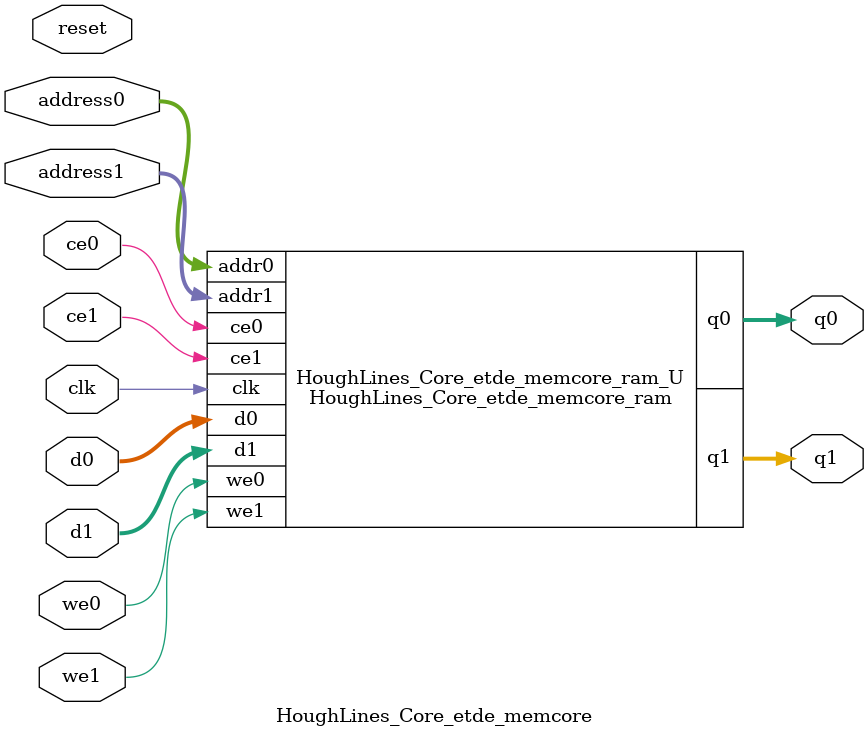
<source format=v>

`timescale 1 ns / 1 ps
module HoughLines_Core_etde_memcore_ram (addr0, ce0, d0, we0, q0, addr1, ce1, d1, we1, q1,  clk);

parameter DWIDTH = 8;
parameter AWIDTH = 18;
parameter MEM_SIZE = 153600;

input[AWIDTH-1:0] addr0;
input ce0;
input[DWIDTH-1:0] d0;
input we0;
output reg[DWIDTH-1:0] q0;
input[AWIDTH-1:0] addr1;
input ce1;
input[DWIDTH-1:0] d1;
input we1;
output reg[DWIDTH-1:0] q1;
input clk;

(* ram_style = "block" *)reg [DWIDTH-1:0] ram[0:MEM_SIZE-1];




always @(posedge clk)  
begin 
    if (ce0) 
    begin
        if (we0) 
        begin 
            ram[addr0] <= d0; 
            q0 <= d0;
        end 
        else 
            q0 <= ram[addr0];
    end
end


always @(posedge clk)  
begin 
    if (ce1) 
    begin
        if (we1) 
        begin 
            ram[addr1] <= d1; 
            q1 <= d1;
        end 
        else 
            q1 <= ram[addr1];
    end
end


endmodule


`timescale 1 ns / 1 ps
module HoughLines_Core_etde_memcore(
    reset,
    clk,
    address0,
    ce0,
    we0,
    d0,
    q0,
    address1,
    ce1,
    we1,
    d1,
    q1);

parameter DataWidth = 32'd8;
parameter AddressRange = 32'd153600;
parameter AddressWidth = 32'd18;
input reset;
input clk;
input[AddressWidth - 1:0] address0;
input ce0;
input we0;
input[DataWidth - 1:0] d0;
output[DataWidth - 1:0] q0;
input[AddressWidth - 1:0] address1;
input ce1;
input we1;
input[DataWidth - 1:0] d1;
output[DataWidth - 1:0] q1;



HoughLines_Core_etde_memcore_ram HoughLines_Core_etde_memcore_ram_U(
    .clk( clk ),
    .addr0( address0 ),
    .ce0( ce0 ),
    .we0( we0 ),
    .d0( d0 ),
    .q0( q0 ),
    .addr1( address1 ),
    .ce1( ce1 ),
    .we1( we1 ),
    .d1( d1 ),
    .q1( q1 ));

endmodule


</source>
